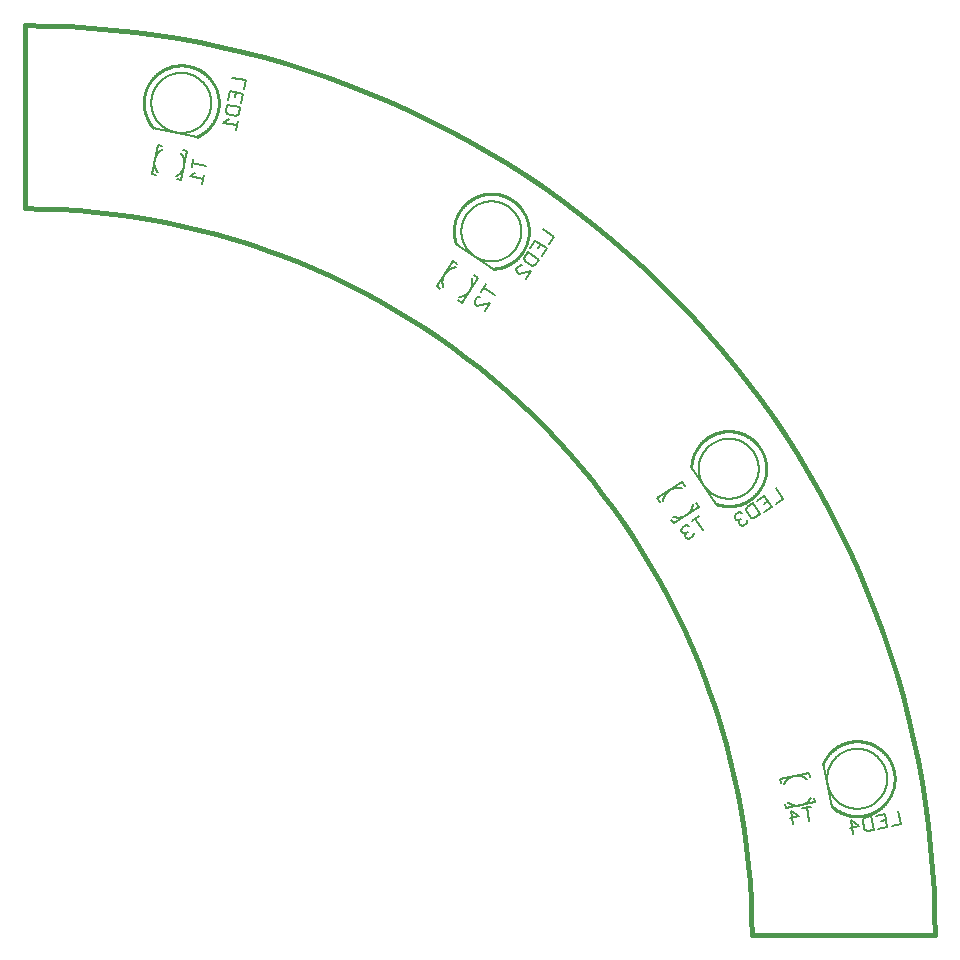
<source format=gbo>
G75*
%MOIN*%
%OFA0B0*%
%FSLAX25Y25*%
%IPPOS*%
%LPD*%
%AMOC8*
5,1,8,0,0,1.08239X$1,22.5*
%
%ADD10C,0.01600*%
%ADD11C,0.00800*%
%ADD12C,0.01000*%
%ADD13C,0.00600*%
%ADD14C,0.00500*%
D10*
X0050737Y0333847D02*
X0058061Y0333758D01*
X0065381Y0333493D01*
X0072693Y0333051D01*
X0079991Y0332432D01*
X0087273Y0331637D01*
X0094533Y0330666D01*
X0101768Y0329520D01*
X0108973Y0328200D01*
X0116143Y0326706D01*
X0123276Y0325039D01*
X0130366Y0323200D01*
X0137410Y0321191D01*
X0144403Y0319012D01*
X0151342Y0316664D01*
X0158221Y0314150D01*
X0165038Y0311470D01*
X0171788Y0308626D01*
X0178468Y0305620D01*
X0185073Y0302453D01*
X0191599Y0299128D01*
X0198043Y0295645D01*
X0204402Y0292009D01*
X0210670Y0288219D01*
X0216845Y0284279D01*
X0222923Y0280192D01*
X0228901Y0275958D01*
X0234774Y0271581D01*
X0240540Y0267064D01*
X0246195Y0262409D01*
X0251736Y0257618D01*
X0257160Y0252695D01*
X0262463Y0247642D01*
X0267642Y0242463D01*
X0272695Y0237160D01*
X0277618Y0231736D01*
X0282409Y0226195D01*
X0287064Y0220540D01*
X0291581Y0214774D01*
X0295958Y0208901D01*
X0300192Y0202923D01*
X0304279Y0196845D01*
X0308219Y0190670D01*
X0312009Y0184402D01*
X0315645Y0178043D01*
X0319128Y0171599D01*
X0322453Y0165073D01*
X0325620Y0158468D01*
X0328626Y0151788D01*
X0331470Y0145038D01*
X0334150Y0138221D01*
X0336664Y0131342D01*
X0339012Y0124403D01*
X0341191Y0117410D01*
X0343200Y0110366D01*
X0345039Y0103276D01*
X0346706Y0096143D01*
X0348200Y0088973D01*
X0349520Y0081768D01*
X0350666Y0074533D01*
X0351637Y0067273D01*
X0352432Y0059991D01*
X0353051Y0052693D01*
X0353493Y0045381D01*
X0353758Y0038061D01*
X0353847Y0030737D01*
X0292824Y0030737D01*
X0292753Y0036587D01*
X0292541Y0042433D01*
X0292188Y0048273D01*
X0291694Y0054102D01*
X0291059Y0059917D01*
X0290284Y0065716D01*
X0289368Y0071494D01*
X0288314Y0077248D01*
X0287121Y0082976D01*
X0285789Y0088672D01*
X0284321Y0094335D01*
X0282716Y0099961D01*
X0280975Y0105546D01*
X0279101Y0111088D01*
X0277092Y0116582D01*
X0274952Y0122027D01*
X0272680Y0127418D01*
X0270279Y0132753D01*
X0267750Y0138028D01*
X0265094Y0143240D01*
X0262313Y0148387D01*
X0259409Y0153465D01*
X0256382Y0158472D01*
X0253236Y0163404D01*
X0249971Y0168258D01*
X0246589Y0173032D01*
X0243094Y0177723D01*
X0239486Y0182328D01*
X0235768Y0186845D01*
X0231942Y0191270D01*
X0228010Y0195602D01*
X0223974Y0199838D01*
X0219838Y0203974D01*
X0215602Y0208010D01*
X0211270Y0211942D01*
X0206845Y0215768D01*
X0202328Y0219486D01*
X0197723Y0223094D01*
X0193032Y0226589D01*
X0188258Y0229971D01*
X0183404Y0233236D01*
X0178472Y0236382D01*
X0173465Y0239409D01*
X0168387Y0242313D01*
X0163240Y0245094D01*
X0158028Y0247750D01*
X0152753Y0250279D01*
X0147418Y0252680D01*
X0142027Y0254952D01*
X0136582Y0257092D01*
X0131088Y0259101D01*
X0125546Y0260975D01*
X0119961Y0262716D01*
X0114335Y0264321D01*
X0108672Y0265789D01*
X0102976Y0267121D01*
X0097248Y0268314D01*
X0091494Y0269368D01*
X0085716Y0270284D01*
X0079917Y0271059D01*
X0074102Y0271694D01*
X0068273Y0272188D01*
X0062433Y0272541D01*
X0056587Y0272753D01*
X0050737Y0272824D01*
X0050737Y0333847D01*
D11*
X0093431Y0299684D02*
X0108140Y0296745D01*
X0194303Y0261067D02*
X0206783Y0252744D01*
X0272743Y0186761D02*
X0281088Y0174296D01*
X0316745Y0088140D02*
X0319684Y0073431D01*
D12*
X0319683Y0073431D02*
X0319914Y0073230D01*
X0320149Y0073034D01*
X0320390Y0072844D01*
X0320634Y0072660D01*
X0320884Y0072482D01*
X0321137Y0072311D01*
X0321395Y0072145D01*
X0321656Y0071986D01*
X0321922Y0071834D01*
X0322191Y0071688D01*
X0322463Y0071548D01*
X0322739Y0071415D01*
X0323018Y0071289D01*
X0323300Y0071170D01*
X0323585Y0071058D01*
X0323872Y0070953D01*
X0324162Y0070855D01*
X0324455Y0070764D01*
X0324749Y0070680D01*
X0325046Y0070604D01*
X0325344Y0070535D01*
X0325644Y0070473D01*
X0325945Y0070418D01*
X0326247Y0070371D01*
X0326551Y0070332D01*
X0326855Y0070299D01*
X0327161Y0070275D01*
X0327466Y0070257D01*
X0327772Y0070247D01*
X0328078Y0070245D01*
X0328384Y0070250D01*
X0328690Y0070263D01*
X0328996Y0070283D01*
X0329301Y0070311D01*
X0329605Y0070346D01*
X0329908Y0070388D01*
X0330210Y0070438D01*
X0330511Y0070496D01*
X0330810Y0070560D01*
X0331107Y0070632D01*
X0331403Y0070712D01*
X0331697Y0070798D01*
X0331988Y0070892D01*
X0332277Y0070992D01*
X0332564Y0071100D01*
X0332848Y0071215D01*
X0333129Y0071337D01*
X0333406Y0071465D01*
X0333681Y0071600D01*
X0333952Y0071742D01*
X0334220Y0071891D01*
X0334484Y0072046D01*
X0334744Y0072207D01*
X0335000Y0072375D01*
X0335252Y0072549D01*
X0335499Y0072729D01*
X0335742Y0072916D01*
X0335981Y0073108D01*
X0336214Y0073306D01*
X0336443Y0073509D01*
X0336667Y0073718D01*
X0336885Y0073933D01*
X0337098Y0074152D01*
X0337306Y0074377D01*
X0337508Y0074607D01*
X0337705Y0074842D01*
X0337895Y0075081D01*
X0338080Y0075326D01*
X0338259Y0075574D01*
X0338431Y0075827D01*
X0338597Y0076084D01*
X0338757Y0076345D01*
X0338911Y0076610D01*
X0339058Y0076878D01*
X0339198Y0077150D01*
X0339332Y0077426D01*
X0339459Y0077705D01*
X0339579Y0077986D01*
X0339692Y0078271D01*
X0339798Y0078558D01*
X0339897Y0078847D01*
X0339989Y0079139D01*
X0340073Y0079434D01*
X0340151Y0079730D01*
X0340221Y0080028D01*
X0340284Y0080327D01*
X0340340Y0080628D01*
X0340388Y0080931D01*
X0340428Y0081234D01*
X0340462Y0081539D01*
X0340487Y0081844D01*
X0340506Y0082149D01*
X0340517Y0082455D01*
X0340520Y0082761D01*
X0340516Y0083067D01*
X0340504Y0083373D01*
X0340485Y0083679D01*
X0340458Y0083984D01*
X0340424Y0084288D01*
X0340383Y0084591D01*
X0340334Y0084893D01*
X0340278Y0085194D01*
X0340214Y0085494D01*
X0340143Y0085792D01*
X0340065Y0086088D01*
X0339979Y0086381D01*
X0339887Y0086673D01*
X0339787Y0086963D01*
X0339680Y0087250D01*
X0339566Y0087534D01*
X0339446Y0087815D01*
X0339318Y0088093D01*
X0339184Y0088368D01*
X0339043Y0088640D01*
X0338895Y0088908D01*
X0338741Y0089173D01*
X0338580Y0089433D01*
X0338413Y0089690D01*
X0338240Y0089942D01*
X0338061Y0090191D01*
X0337875Y0090434D01*
X0337684Y0090673D01*
X0337487Y0090907D01*
X0337284Y0091137D01*
X0337076Y0091361D01*
X0336862Y0091580D01*
X0336643Y0091794D01*
X0336419Y0092003D01*
X0336190Y0092206D01*
X0335956Y0092403D01*
X0335717Y0092594D01*
X0335473Y0092780D01*
X0335225Y0092959D01*
X0334973Y0093133D01*
X0334717Y0093300D01*
X0334456Y0093461D01*
X0334192Y0093615D01*
X0333924Y0093763D01*
X0333652Y0093904D01*
X0333377Y0094039D01*
X0333099Y0094167D01*
X0332818Y0094288D01*
X0332534Y0094402D01*
X0332247Y0094509D01*
X0331958Y0094609D01*
X0331666Y0094702D01*
X0331372Y0094787D01*
X0331076Y0094866D01*
X0330778Y0094937D01*
X0330479Y0095001D01*
X0330178Y0095057D01*
X0329876Y0095106D01*
X0329573Y0095148D01*
X0329268Y0095183D01*
X0328963Y0095209D01*
X0328658Y0095229D01*
X0328352Y0095241D01*
X0328046Y0095245D01*
X0327740Y0095242D01*
X0327434Y0095231D01*
X0327128Y0095213D01*
X0326823Y0095188D01*
X0326519Y0095155D01*
X0326215Y0095114D01*
X0325913Y0095066D01*
X0325612Y0095011D01*
X0325312Y0094948D01*
X0325014Y0094878D01*
X0324718Y0094801D01*
X0324424Y0094717D01*
X0324132Y0094625D01*
X0323842Y0094526D01*
X0323555Y0094420D01*
X0323270Y0094307D01*
X0322988Y0094188D01*
X0322710Y0094061D01*
X0322434Y0093928D01*
X0322162Y0093787D01*
X0321893Y0093641D01*
X0321628Y0093487D01*
X0321367Y0093328D01*
X0321110Y0093161D01*
X0320857Y0092989D01*
X0320608Y0092811D01*
X0320364Y0092626D01*
X0320124Y0092436D01*
X0319889Y0092239D01*
X0319659Y0092037D01*
X0319434Y0091830D01*
X0319214Y0091617D01*
X0319000Y0091399D01*
X0318791Y0091175D01*
X0318587Y0090947D01*
X0318389Y0090713D01*
X0318197Y0090475D01*
X0318010Y0090232D01*
X0317830Y0089985D01*
X0317656Y0089733D01*
X0317488Y0089477D01*
X0317326Y0089217D01*
X0317171Y0088953D01*
X0317022Y0088686D01*
X0316880Y0088415D01*
X0316744Y0088140D01*
X0281087Y0174296D02*
X0281377Y0174198D01*
X0281670Y0174107D01*
X0281964Y0174024D01*
X0282261Y0173948D01*
X0282559Y0173879D01*
X0282859Y0173817D01*
X0283160Y0173763D01*
X0283463Y0173716D01*
X0283766Y0173676D01*
X0284071Y0173644D01*
X0284376Y0173620D01*
X0284682Y0173603D01*
X0284988Y0173593D01*
X0285294Y0173591D01*
X0285600Y0173597D01*
X0285906Y0173610D01*
X0286211Y0173630D01*
X0286516Y0173658D01*
X0286820Y0173693D01*
X0287123Y0173736D01*
X0287425Y0173786D01*
X0287726Y0173844D01*
X0288025Y0173909D01*
X0288323Y0173981D01*
X0288618Y0174060D01*
X0288912Y0174147D01*
X0289203Y0174241D01*
X0289492Y0174342D01*
X0289779Y0174450D01*
X0290062Y0174565D01*
X0290343Y0174687D01*
X0290621Y0174816D01*
X0290895Y0174951D01*
X0291166Y0175093D01*
X0291434Y0175242D01*
X0291698Y0175397D01*
X0291958Y0175559D01*
X0292214Y0175727D01*
X0292465Y0175901D01*
X0292713Y0176082D01*
X0292956Y0176268D01*
X0293194Y0176460D01*
X0293427Y0176658D01*
X0293656Y0176862D01*
X0293879Y0177071D01*
X0294098Y0177286D01*
X0294310Y0177506D01*
X0294518Y0177731D01*
X0294720Y0177961D01*
X0294916Y0178196D01*
X0295107Y0178436D01*
X0295291Y0178680D01*
X0295470Y0178929D01*
X0295642Y0179182D01*
X0295808Y0179439D01*
X0295968Y0179700D01*
X0296121Y0179965D01*
X0296268Y0180234D01*
X0296408Y0180506D01*
X0296541Y0180781D01*
X0296668Y0181060D01*
X0296788Y0181342D01*
X0296901Y0181626D01*
X0297006Y0181914D01*
X0297105Y0182203D01*
X0297197Y0182496D01*
X0297281Y0182790D01*
X0297358Y0183086D01*
X0297428Y0183384D01*
X0297491Y0183684D01*
X0297546Y0183985D01*
X0297594Y0184287D01*
X0297635Y0184591D01*
X0297668Y0184895D01*
X0297693Y0185200D01*
X0297711Y0185506D01*
X0297722Y0185812D01*
X0297725Y0186118D01*
X0297721Y0186424D01*
X0297709Y0186730D01*
X0297689Y0187035D01*
X0297662Y0187340D01*
X0297628Y0187644D01*
X0297586Y0187948D01*
X0297537Y0188250D01*
X0297481Y0188551D01*
X0297417Y0188850D01*
X0297345Y0189148D01*
X0297267Y0189444D01*
X0297181Y0189738D01*
X0297088Y0190029D01*
X0296988Y0190319D01*
X0296881Y0190605D01*
X0296767Y0190889D01*
X0296646Y0191171D01*
X0296519Y0191449D01*
X0296384Y0191724D01*
X0296243Y0191995D01*
X0296095Y0192263D01*
X0295940Y0192528D01*
X0295779Y0192788D01*
X0295612Y0193045D01*
X0295439Y0193297D01*
X0295259Y0193545D01*
X0295074Y0193788D01*
X0294882Y0194027D01*
X0294685Y0194261D01*
X0294482Y0194491D01*
X0294274Y0194715D01*
X0294060Y0194934D01*
X0293841Y0195148D01*
X0293616Y0195356D01*
X0293387Y0195559D01*
X0293153Y0195756D01*
X0292914Y0195947D01*
X0292670Y0196132D01*
X0292422Y0196311D01*
X0292169Y0196485D01*
X0291913Y0196652D01*
X0291652Y0196812D01*
X0291388Y0196966D01*
X0291119Y0197114D01*
X0290848Y0197255D01*
X0290573Y0197389D01*
X0290294Y0197517D01*
X0290013Y0197638D01*
X0289729Y0197751D01*
X0289442Y0197858D01*
X0289153Y0197958D01*
X0288861Y0198051D01*
X0288567Y0198136D01*
X0288271Y0198214D01*
X0287973Y0198285D01*
X0287674Y0198349D01*
X0287373Y0198405D01*
X0287070Y0198454D01*
X0286767Y0198496D01*
X0286463Y0198530D01*
X0286158Y0198556D01*
X0285852Y0198575D01*
X0285547Y0198587D01*
X0285240Y0198591D01*
X0284934Y0198588D01*
X0284628Y0198577D01*
X0284323Y0198558D01*
X0284018Y0198533D01*
X0283713Y0198499D01*
X0283410Y0198459D01*
X0283108Y0198410D01*
X0282807Y0198355D01*
X0282507Y0198292D01*
X0282209Y0198222D01*
X0281913Y0198144D01*
X0281619Y0198059D01*
X0281327Y0197968D01*
X0281037Y0197869D01*
X0280750Y0197762D01*
X0280465Y0197649D01*
X0280184Y0197529D01*
X0279905Y0197402D01*
X0279630Y0197269D01*
X0279358Y0197128D01*
X0279089Y0196981D01*
X0278824Y0196828D01*
X0278563Y0196668D01*
X0278306Y0196502D01*
X0278053Y0196329D01*
X0277805Y0196150D01*
X0277561Y0195966D01*
X0277321Y0195775D01*
X0277086Y0195579D01*
X0276857Y0195376D01*
X0276632Y0195169D01*
X0276412Y0194956D01*
X0276198Y0194737D01*
X0275989Y0194513D01*
X0275785Y0194285D01*
X0275587Y0194051D01*
X0275395Y0193813D01*
X0275209Y0193570D01*
X0275029Y0193322D01*
X0274855Y0193070D01*
X0274687Y0192814D01*
X0274526Y0192554D01*
X0274371Y0192290D01*
X0274222Y0192023D01*
X0274080Y0191751D01*
X0273945Y0191477D01*
X0273816Y0191199D01*
X0273695Y0190918D01*
X0273580Y0190634D01*
X0273472Y0190348D01*
X0273371Y0190058D01*
X0273278Y0189767D01*
X0273191Y0189473D01*
X0273112Y0189178D01*
X0273040Y0188880D01*
X0272975Y0188581D01*
X0272918Y0188280D01*
X0272868Y0187978D01*
X0272826Y0187675D01*
X0272791Y0187371D01*
X0272763Y0187066D01*
X0272743Y0186760D01*
X0206782Y0252744D02*
X0207088Y0252765D01*
X0207392Y0252793D01*
X0207697Y0252829D01*
X0208000Y0252872D01*
X0208302Y0252922D01*
X0208602Y0252980D01*
X0208901Y0253045D01*
X0209199Y0253117D01*
X0209494Y0253197D01*
X0209788Y0253284D01*
X0210079Y0253378D01*
X0210368Y0253479D01*
X0210654Y0253588D01*
X0210938Y0253703D01*
X0211219Y0253825D01*
X0211496Y0253954D01*
X0211771Y0254090D01*
X0212042Y0254232D01*
X0212309Y0254381D01*
X0212573Y0254537D01*
X0212833Y0254699D01*
X0213088Y0254867D01*
X0213340Y0255042D01*
X0213587Y0255222D01*
X0213830Y0255409D01*
X0214068Y0255601D01*
X0214301Y0255799D01*
X0214530Y0256003D01*
X0214753Y0256213D01*
X0214971Y0256427D01*
X0215184Y0256648D01*
X0215391Y0256873D01*
X0215593Y0257103D01*
X0215789Y0257338D01*
X0215979Y0257578D01*
X0216163Y0257822D01*
X0216342Y0258071D01*
X0216514Y0258324D01*
X0216680Y0258582D01*
X0216839Y0258843D01*
X0216992Y0259108D01*
X0217139Y0259377D01*
X0217279Y0259649D01*
X0217412Y0259925D01*
X0217538Y0260204D01*
X0217658Y0260486D01*
X0217770Y0260770D01*
X0217876Y0261058D01*
X0217974Y0261347D01*
X0218066Y0261640D01*
X0218150Y0261934D01*
X0218227Y0262230D01*
X0218297Y0262528D01*
X0218359Y0262828D01*
X0218414Y0263129D01*
X0218462Y0263432D01*
X0218502Y0263735D01*
X0218535Y0264039D01*
X0218560Y0264345D01*
X0218578Y0264650D01*
X0218588Y0264956D01*
X0218591Y0265262D01*
X0218586Y0265568D01*
X0218574Y0265874D01*
X0218554Y0266180D01*
X0218527Y0266485D01*
X0218493Y0266789D01*
X0218451Y0267092D01*
X0218401Y0267394D01*
X0218345Y0267695D01*
X0218280Y0267994D01*
X0218209Y0268292D01*
X0218130Y0268588D01*
X0218044Y0268882D01*
X0217951Y0269173D01*
X0217851Y0269462D01*
X0217744Y0269749D01*
X0217629Y0270033D01*
X0217508Y0270314D01*
X0217380Y0270592D01*
X0217245Y0270867D01*
X0217104Y0271139D01*
X0216956Y0271407D01*
X0216801Y0271671D01*
X0216640Y0271931D01*
X0216472Y0272187D01*
X0216299Y0272440D01*
X0216119Y0272687D01*
X0215933Y0272931D01*
X0215742Y0273169D01*
X0215544Y0273403D01*
X0215341Y0273632D01*
X0215132Y0273856D01*
X0214918Y0274075D01*
X0214699Y0274289D01*
X0214474Y0274497D01*
X0214245Y0274699D01*
X0214010Y0274896D01*
X0213771Y0275087D01*
X0213527Y0275272D01*
X0213279Y0275451D01*
X0213027Y0275624D01*
X0212770Y0275791D01*
X0212509Y0275952D01*
X0212244Y0276105D01*
X0211976Y0276253D01*
X0211704Y0276394D01*
X0211429Y0276528D01*
X0211151Y0276655D01*
X0210869Y0276776D01*
X0210585Y0276889D01*
X0210298Y0276996D01*
X0210009Y0277095D01*
X0209717Y0277188D01*
X0209423Y0277273D01*
X0209127Y0277351D01*
X0208829Y0277422D01*
X0208529Y0277485D01*
X0208228Y0277541D01*
X0207926Y0277590D01*
X0207623Y0277631D01*
X0207318Y0277665D01*
X0207013Y0277691D01*
X0206708Y0277710D01*
X0206402Y0277721D01*
X0206096Y0277725D01*
X0205790Y0277721D01*
X0205484Y0277710D01*
X0205178Y0277692D01*
X0204873Y0277666D01*
X0204569Y0277632D01*
X0204266Y0277591D01*
X0203963Y0277543D01*
X0203662Y0277487D01*
X0203363Y0277424D01*
X0203065Y0277353D01*
X0202769Y0277275D01*
X0202475Y0277190D01*
X0202183Y0277098D01*
X0201893Y0276999D01*
X0201606Y0276893D01*
X0201322Y0276779D01*
X0201040Y0276659D01*
X0200762Y0276532D01*
X0200486Y0276398D01*
X0200214Y0276257D01*
X0199946Y0276110D01*
X0199681Y0275957D01*
X0199420Y0275796D01*
X0199164Y0275630D01*
X0198911Y0275457D01*
X0198662Y0275278D01*
X0198418Y0275093D01*
X0198179Y0274902D01*
X0197944Y0274706D01*
X0197715Y0274503D01*
X0197490Y0274295D01*
X0197271Y0274082D01*
X0197056Y0273863D01*
X0196847Y0273640D01*
X0196644Y0273411D01*
X0196447Y0273177D01*
X0196255Y0272938D01*
X0196069Y0272695D01*
X0195889Y0272448D01*
X0195715Y0272196D01*
X0195547Y0271939D01*
X0195386Y0271679D01*
X0195231Y0271415D01*
X0195083Y0271147D01*
X0194941Y0270876D01*
X0194806Y0270601D01*
X0194678Y0270323D01*
X0194556Y0270042D01*
X0194442Y0269758D01*
X0194334Y0269472D01*
X0194234Y0269182D01*
X0194141Y0268891D01*
X0194054Y0268597D01*
X0193975Y0268301D01*
X0193904Y0268004D01*
X0193839Y0267705D01*
X0193782Y0267404D01*
X0193733Y0267102D01*
X0193690Y0266798D01*
X0193656Y0266494D01*
X0193628Y0266189D01*
X0193608Y0265884D01*
X0193596Y0265578D01*
X0193591Y0265272D01*
X0193594Y0264966D01*
X0193604Y0264660D01*
X0193621Y0264354D01*
X0193646Y0264049D01*
X0193679Y0263745D01*
X0193719Y0263441D01*
X0193766Y0263139D01*
X0193821Y0262838D01*
X0193883Y0262538D01*
X0193953Y0262240D01*
X0194029Y0261943D01*
X0194113Y0261649D01*
X0194205Y0261357D01*
X0194303Y0261067D01*
X0108140Y0296744D02*
X0108415Y0296880D01*
X0108686Y0297022D01*
X0108953Y0297171D01*
X0109217Y0297326D01*
X0109477Y0297488D01*
X0109733Y0297656D01*
X0109985Y0297830D01*
X0110232Y0298010D01*
X0110475Y0298197D01*
X0110713Y0298389D01*
X0110947Y0298587D01*
X0111175Y0298791D01*
X0111399Y0299000D01*
X0111617Y0299214D01*
X0111830Y0299434D01*
X0112037Y0299659D01*
X0112239Y0299889D01*
X0112436Y0300124D01*
X0112626Y0300364D01*
X0112811Y0300608D01*
X0112989Y0300857D01*
X0113161Y0301110D01*
X0113328Y0301367D01*
X0113487Y0301628D01*
X0113641Y0301893D01*
X0113787Y0302162D01*
X0113928Y0302434D01*
X0114061Y0302710D01*
X0114188Y0302988D01*
X0114307Y0303270D01*
X0114420Y0303555D01*
X0114526Y0303842D01*
X0114625Y0304132D01*
X0114717Y0304424D01*
X0114801Y0304718D01*
X0114878Y0305014D01*
X0114948Y0305312D01*
X0115011Y0305612D01*
X0115066Y0305913D01*
X0115114Y0306215D01*
X0115155Y0306519D01*
X0115188Y0306823D01*
X0115213Y0307128D01*
X0115231Y0307434D01*
X0115242Y0307740D01*
X0115245Y0308046D01*
X0115241Y0308352D01*
X0115229Y0308658D01*
X0115209Y0308963D01*
X0115183Y0309268D01*
X0115148Y0309573D01*
X0115106Y0309876D01*
X0115057Y0310178D01*
X0115001Y0310479D01*
X0114937Y0310778D01*
X0114866Y0311076D01*
X0114787Y0311372D01*
X0114702Y0311666D01*
X0114609Y0311958D01*
X0114509Y0312247D01*
X0114402Y0312534D01*
X0114288Y0312818D01*
X0114167Y0313099D01*
X0114039Y0313377D01*
X0113904Y0313652D01*
X0113763Y0313924D01*
X0113615Y0314192D01*
X0113461Y0314456D01*
X0113300Y0314717D01*
X0113133Y0314973D01*
X0112959Y0315225D01*
X0112780Y0315473D01*
X0112594Y0315717D01*
X0112403Y0315956D01*
X0112206Y0316190D01*
X0112003Y0316419D01*
X0111794Y0316643D01*
X0111580Y0316862D01*
X0111361Y0317076D01*
X0111137Y0317284D01*
X0110907Y0317487D01*
X0110673Y0317684D01*
X0110434Y0317875D01*
X0110191Y0318061D01*
X0109942Y0318240D01*
X0109690Y0318413D01*
X0109433Y0318580D01*
X0109173Y0318741D01*
X0108908Y0318895D01*
X0108640Y0319043D01*
X0108368Y0319184D01*
X0108093Y0319318D01*
X0107815Y0319446D01*
X0107534Y0319566D01*
X0107250Y0319680D01*
X0106963Y0319787D01*
X0106673Y0319887D01*
X0106381Y0319979D01*
X0106088Y0320065D01*
X0105792Y0320143D01*
X0105494Y0320214D01*
X0105194Y0320278D01*
X0104893Y0320334D01*
X0104591Y0320383D01*
X0104288Y0320424D01*
X0103984Y0320458D01*
X0103679Y0320485D01*
X0103373Y0320504D01*
X0103067Y0320516D01*
X0102761Y0320520D01*
X0102455Y0320517D01*
X0102149Y0320506D01*
X0101844Y0320487D01*
X0101539Y0320462D01*
X0101234Y0320428D01*
X0100931Y0320388D01*
X0100628Y0320340D01*
X0100327Y0320284D01*
X0100028Y0320221D01*
X0099730Y0320151D01*
X0099434Y0320073D01*
X0099139Y0319989D01*
X0098847Y0319897D01*
X0098558Y0319798D01*
X0098271Y0319692D01*
X0097986Y0319579D01*
X0097705Y0319459D01*
X0097426Y0319332D01*
X0097150Y0319198D01*
X0096878Y0319058D01*
X0096610Y0318911D01*
X0096345Y0318757D01*
X0096084Y0318597D01*
X0095827Y0318431D01*
X0095574Y0318259D01*
X0095326Y0318080D01*
X0095081Y0317895D01*
X0094842Y0317705D01*
X0094607Y0317508D01*
X0094377Y0317306D01*
X0094152Y0317098D01*
X0093933Y0316885D01*
X0093718Y0316667D01*
X0093509Y0316443D01*
X0093306Y0316214D01*
X0093108Y0315981D01*
X0092916Y0315742D01*
X0092729Y0315499D01*
X0092549Y0315252D01*
X0092375Y0315000D01*
X0092207Y0314744D01*
X0092046Y0314484D01*
X0091891Y0314220D01*
X0091742Y0313952D01*
X0091600Y0313681D01*
X0091465Y0313406D01*
X0091337Y0313129D01*
X0091215Y0312848D01*
X0091100Y0312564D01*
X0090992Y0312277D01*
X0090892Y0311988D01*
X0090798Y0311697D01*
X0090712Y0311403D01*
X0090632Y0311107D01*
X0090560Y0310810D01*
X0090496Y0310511D01*
X0090438Y0310210D01*
X0090388Y0309908D01*
X0090346Y0309605D01*
X0090311Y0309301D01*
X0090283Y0308996D01*
X0090263Y0308690D01*
X0090250Y0308384D01*
X0090245Y0308078D01*
X0090247Y0307772D01*
X0090257Y0307466D01*
X0090275Y0307161D01*
X0090299Y0306855D01*
X0090332Y0306551D01*
X0090371Y0306247D01*
X0090418Y0305945D01*
X0090473Y0305644D01*
X0090535Y0305344D01*
X0090604Y0305046D01*
X0090680Y0304749D01*
X0090764Y0304455D01*
X0090855Y0304162D01*
X0090953Y0303872D01*
X0091058Y0303585D01*
X0091170Y0303300D01*
X0091289Y0303018D01*
X0091415Y0302739D01*
X0091548Y0302463D01*
X0091688Y0302191D01*
X0091834Y0301922D01*
X0091986Y0301656D01*
X0092145Y0301395D01*
X0092311Y0301137D01*
X0092482Y0300884D01*
X0092660Y0300634D01*
X0092844Y0300390D01*
X0093034Y0300149D01*
X0093230Y0299914D01*
X0093431Y0299683D01*
D13*
X0094845Y0293982D02*
X0096316Y0293688D01*
X0094845Y0293982D02*
X0092886Y0284176D01*
X0094357Y0283882D01*
X0101066Y0283658D02*
X0101189Y0283724D01*
X0101311Y0283794D01*
X0101431Y0283867D01*
X0101548Y0283943D01*
X0101663Y0284023D01*
X0101776Y0284105D01*
X0101887Y0284191D01*
X0101995Y0284280D01*
X0102101Y0284372D01*
X0102204Y0284466D01*
X0102304Y0284564D01*
X0102402Y0284664D01*
X0102496Y0284768D01*
X0102588Y0284873D01*
X0102677Y0284981D01*
X0102763Y0285092D01*
X0102845Y0285205D01*
X0102925Y0285320D01*
X0103001Y0285438D01*
X0103074Y0285557D01*
X0103143Y0285679D01*
X0103209Y0285802D01*
X0103272Y0285928D01*
X0103331Y0286055D01*
X0103386Y0286183D01*
X0103438Y0286313D01*
X0103486Y0286445D01*
X0103531Y0286577D01*
X0103572Y0286711D01*
X0103609Y0286846D01*
X0103642Y0286982D01*
X0103671Y0287119D01*
X0102692Y0282216D02*
X0101221Y0282510D01*
X0102692Y0282216D02*
X0104651Y0292023D01*
X0103180Y0292316D01*
X0102597Y0291315D02*
X0102686Y0291207D01*
X0102771Y0291096D01*
X0102853Y0290983D01*
X0102933Y0290867D01*
X0103008Y0290750D01*
X0103081Y0290630D01*
X0103150Y0290508D01*
X0103216Y0290385D01*
X0103278Y0290259D01*
X0103337Y0290132D01*
X0103392Y0290004D01*
X0103444Y0289873D01*
X0103491Y0289742D01*
X0103536Y0289609D01*
X0103576Y0289475D01*
X0103613Y0289340D01*
X0103645Y0289204D01*
X0103674Y0289067D01*
X0103700Y0288929D01*
X0103721Y0288791D01*
X0103738Y0288652D01*
X0103752Y0288512D01*
X0103762Y0288373D01*
X0103767Y0288233D01*
X0103769Y0288093D01*
X0103767Y0287953D01*
X0103761Y0287813D01*
X0103751Y0287673D01*
X0103737Y0287534D01*
X0103719Y0287395D01*
X0103698Y0287257D01*
X0103672Y0287119D01*
X0096471Y0292540D02*
X0096348Y0292474D01*
X0096226Y0292404D01*
X0096106Y0292331D01*
X0095989Y0292255D01*
X0095874Y0292175D01*
X0095761Y0292093D01*
X0095650Y0292007D01*
X0095542Y0291918D01*
X0095436Y0291826D01*
X0095333Y0291732D01*
X0095233Y0291634D01*
X0095135Y0291534D01*
X0095041Y0291430D01*
X0094949Y0291325D01*
X0094860Y0291217D01*
X0094774Y0291106D01*
X0094692Y0290993D01*
X0094612Y0290878D01*
X0094536Y0290760D01*
X0094463Y0290641D01*
X0094394Y0290519D01*
X0094328Y0290396D01*
X0094265Y0290270D01*
X0094206Y0290143D01*
X0094151Y0290015D01*
X0094099Y0289885D01*
X0094051Y0289753D01*
X0094006Y0289621D01*
X0093965Y0289487D01*
X0093928Y0289352D01*
X0093895Y0289216D01*
X0093866Y0289079D01*
X0093865Y0289079D02*
X0093839Y0288941D01*
X0093818Y0288803D01*
X0093800Y0288664D01*
X0093786Y0288525D01*
X0093776Y0288385D01*
X0093770Y0288245D01*
X0093768Y0288105D01*
X0093770Y0287965D01*
X0093775Y0287825D01*
X0093785Y0287686D01*
X0093799Y0287546D01*
X0093816Y0287407D01*
X0093837Y0287269D01*
X0093863Y0287131D01*
X0093892Y0286994D01*
X0093924Y0286858D01*
X0093961Y0286723D01*
X0094001Y0286589D01*
X0094046Y0286456D01*
X0094093Y0286325D01*
X0094145Y0286194D01*
X0094200Y0286066D01*
X0094259Y0285939D01*
X0094321Y0285813D01*
X0094387Y0285690D01*
X0094456Y0285568D01*
X0094529Y0285448D01*
X0094604Y0285331D01*
X0094684Y0285215D01*
X0094766Y0285102D01*
X0094851Y0284991D01*
X0094940Y0284883D01*
X0092745Y0308020D02*
X0092748Y0308265D01*
X0092757Y0308511D01*
X0092772Y0308756D01*
X0092793Y0309000D01*
X0092820Y0309244D01*
X0092853Y0309487D01*
X0092892Y0309730D01*
X0092937Y0309971D01*
X0092988Y0310211D01*
X0093045Y0310450D01*
X0093107Y0310687D01*
X0093176Y0310923D01*
X0093250Y0311157D01*
X0093330Y0311389D01*
X0093415Y0311619D01*
X0093506Y0311847D01*
X0093603Y0312072D01*
X0093705Y0312296D01*
X0093813Y0312516D01*
X0093926Y0312734D01*
X0094044Y0312949D01*
X0094168Y0313161D01*
X0094296Y0313370D01*
X0094430Y0313576D01*
X0094569Y0313778D01*
X0094713Y0313977D01*
X0094862Y0314172D01*
X0095015Y0314364D01*
X0095173Y0314552D01*
X0095335Y0314736D01*
X0095503Y0314915D01*
X0095674Y0315091D01*
X0095850Y0315262D01*
X0096029Y0315430D01*
X0096213Y0315592D01*
X0096401Y0315750D01*
X0096593Y0315903D01*
X0096788Y0316052D01*
X0096987Y0316196D01*
X0097189Y0316335D01*
X0097395Y0316469D01*
X0097604Y0316597D01*
X0097816Y0316721D01*
X0098031Y0316839D01*
X0098249Y0316952D01*
X0098469Y0317060D01*
X0098693Y0317162D01*
X0098918Y0317259D01*
X0099146Y0317350D01*
X0099376Y0317435D01*
X0099608Y0317515D01*
X0099842Y0317589D01*
X0100078Y0317658D01*
X0100315Y0317720D01*
X0100554Y0317777D01*
X0100794Y0317828D01*
X0101035Y0317873D01*
X0101278Y0317912D01*
X0101521Y0317945D01*
X0101765Y0317972D01*
X0102009Y0317993D01*
X0102254Y0318008D01*
X0102500Y0318017D01*
X0102745Y0318020D01*
X0102990Y0318017D01*
X0103236Y0318008D01*
X0103481Y0317993D01*
X0103725Y0317972D01*
X0103969Y0317945D01*
X0104212Y0317912D01*
X0104455Y0317873D01*
X0104696Y0317828D01*
X0104936Y0317777D01*
X0105175Y0317720D01*
X0105412Y0317658D01*
X0105648Y0317589D01*
X0105882Y0317515D01*
X0106114Y0317435D01*
X0106344Y0317350D01*
X0106572Y0317259D01*
X0106797Y0317162D01*
X0107021Y0317060D01*
X0107241Y0316952D01*
X0107459Y0316839D01*
X0107674Y0316721D01*
X0107886Y0316597D01*
X0108095Y0316469D01*
X0108301Y0316335D01*
X0108503Y0316196D01*
X0108702Y0316052D01*
X0108897Y0315903D01*
X0109089Y0315750D01*
X0109277Y0315592D01*
X0109461Y0315430D01*
X0109640Y0315262D01*
X0109816Y0315091D01*
X0109987Y0314915D01*
X0110155Y0314736D01*
X0110317Y0314552D01*
X0110475Y0314364D01*
X0110628Y0314172D01*
X0110777Y0313977D01*
X0110921Y0313778D01*
X0111060Y0313576D01*
X0111194Y0313370D01*
X0111322Y0313161D01*
X0111446Y0312949D01*
X0111564Y0312734D01*
X0111677Y0312516D01*
X0111785Y0312296D01*
X0111887Y0312072D01*
X0111984Y0311847D01*
X0112075Y0311619D01*
X0112160Y0311389D01*
X0112240Y0311157D01*
X0112314Y0310923D01*
X0112383Y0310687D01*
X0112445Y0310450D01*
X0112502Y0310211D01*
X0112553Y0309971D01*
X0112598Y0309730D01*
X0112637Y0309487D01*
X0112670Y0309244D01*
X0112697Y0309000D01*
X0112718Y0308756D01*
X0112733Y0308511D01*
X0112742Y0308265D01*
X0112745Y0308020D01*
X0112742Y0307775D01*
X0112733Y0307529D01*
X0112718Y0307284D01*
X0112697Y0307040D01*
X0112670Y0306796D01*
X0112637Y0306553D01*
X0112598Y0306310D01*
X0112553Y0306069D01*
X0112502Y0305829D01*
X0112445Y0305590D01*
X0112383Y0305353D01*
X0112314Y0305117D01*
X0112240Y0304883D01*
X0112160Y0304651D01*
X0112075Y0304421D01*
X0111984Y0304193D01*
X0111887Y0303968D01*
X0111785Y0303744D01*
X0111677Y0303524D01*
X0111564Y0303306D01*
X0111446Y0303091D01*
X0111322Y0302879D01*
X0111194Y0302670D01*
X0111060Y0302464D01*
X0110921Y0302262D01*
X0110777Y0302063D01*
X0110628Y0301868D01*
X0110475Y0301676D01*
X0110317Y0301488D01*
X0110155Y0301304D01*
X0109987Y0301125D01*
X0109816Y0300949D01*
X0109640Y0300778D01*
X0109461Y0300610D01*
X0109277Y0300448D01*
X0109089Y0300290D01*
X0108897Y0300137D01*
X0108702Y0299988D01*
X0108503Y0299844D01*
X0108301Y0299705D01*
X0108095Y0299571D01*
X0107886Y0299443D01*
X0107674Y0299319D01*
X0107459Y0299201D01*
X0107241Y0299088D01*
X0107021Y0298980D01*
X0106797Y0298878D01*
X0106572Y0298781D01*
X0106344Y0298690D01*
X0106114Y0298605D01*
X0105882Y0298525D01*
X0105648Y0298451D01*
X0105412Y0298382D01*
X0105175Y0298320D01*
X0104936Y0298263D01*
X0104696Y0298212D01*
X0104455Y0298167D01*
X0104212Y0298128D01*
X0103969Y0298095D01*
X0103725Y0298068D01*
X0103481Y0298047D01*
X0103236Y0298032D01*
X0102990Y0298023D01*
X0102745Y0298020D01*
X0102500Y0298023D01*
X0102254Y0298032D01*
X0102009Y0298047D01*
X0101765Y0298068D01*
X0101521Y0298095D01*
X0101278Y0298128D01*
X0101035Y0298167D01*
X0100794Y0298212D01*
X0100554Y0298263D01*
X0100315Y0298320D01*
X0100078Y0298382D01*
X0099842Y0298451D01*
X0099608Y0298525D01*
X0099376Y0298605D01*
X0099146Y0298690D01*
X0098918Y0298781D01*
X0098693Y0298878D01*
X0098469Y0298980D01*
X0098249Y0299088D01*
X0098031Y0299201D01*
X0097816Y0299319D01*
X0097604Y0299443D01*
X0097395Y0299571D01*
X0097189Y0299705D01*
X0096987Y0299844D01*
X0096788Y0299988D01*
X0096593Y0300137D01*
X0096401Y0300290D01*
X0096213Y0300448D01*
X0096029Y0300610D01*
X0095850Y0300778D01*
X0095674Y0300949D01*
X0095503Y0301125D01*
X0095335Y0301304D01*
X0095173Y0301488D01*
X0095015Y0301676D01*
X0094862Y0301868D01*
X0094713Y0302063D01*
X0094569Y0302262D01*
X0094430Y0302464D01*
X0094296Y0302670D01*
X0094168Y0302879D01*
X0094044Y0303091D01*
X0093926Y0303306D01*
X0093813Y0303524D01*
X0093705Y0303744D01*
X0093603Y0303968D01*
X0093506Y0304193D01*
X0093415Y0304421D01*
X0093330Y0304651D01*
X0093250Y0304883D01*
X0093176Y0305117D01*
X0093107Y0305353D01*
X0093045Y0305590D01*
X0092988Y0305829D01*
X0092937Y0306069D01*
X0092892Y0306310D01*
X0092853Y0306553D01*
X0092820Y0306796D01*
X0092793Y0307040D01*
X0092772Y0307284D01*
X0092757Y0307529D01*
X0092748Y0307775D01*
X0092745Y0308020D01*
X0187858Y0246911D02*
X0189106Y0246078D01*
X0187858Y0246911D02*
X0193407Y0255230D01*
X0194655Y0254398D01*
X0199557Y0249811D02*
X0199597Y0249677D01*
X0199634Y0249542D01*
X0199667Y0249406D01*
X0199696Y0249269D01*
X0199722Y0249131D01*
X0199743Y0248993D01*
X0199761Y0248854D01*
X0199774Y0248715D01*
X0199784Y0248575D01*
X0199790Y0248435D01*
X0199792Y0248295D01*
X0199790Y0248155D01*
X0199784Y0248015D01*
X0199774Y0247876D01*
X0199761Y0247736D01*
X0199743Y0247597D01*
X0199721Y0247459D01*
X0199696Y0247321D01*
X0199667Y0247184D01*
X0199634Y0247048D01*
X0199597Y0246913D01*
X0199556Y0246779D01*
X0199512Y0246647D01*
X0199464Y0246515D01*
X0199412Y0246385D01*
X0199357Y0246256D01*
X0199298Y0246129D01*
X0199236Y0246004D01*
X0199170Y0245881D01*
X0199100Y0245759D01*
X0199028Y0245639D01*
X0198952Y0245522D01*
X0201726Y0249682D02*
X0196178Y0241362D01*
X0194930Y0242194D01*
X0190027Y0246781D02*
X0189987Y0246915D01*
X0189950Y0247050D01*
X0189917Y0247186D01*
X0189888Y0247323D01*
X0189862Y0247461D01*
X0189841Y0247599D01*
X0189823Y0247738D01*
X0189810Y0247877D01*
X0189800Y0248017D01*
X0189794Y0248157D01*
X0189792Y0248297D01*
X0189794Y0248437D01*
X0189800Y0248577D01*
X0189810Y0248716D01*
X0189823Y0248856D01*
X0189841Y0248995D01*
X0189863Y0249133D01*
X0189888Y0249271D01*
X0189917Y0249408D01*
X0189950Y0249544D01*
X0189987Y0249679D01*
X0190028Y0249813D01*
X0190072Y0249945D01*
X0190120Y0250077D01*
X0190172Y0250207D01*
X0190227Y0250336D01*
X0190286Y0250463D01*
X0190348Y0250588D01*
X0190414Y0250711D01*
X0190484Y0250833D01*
X0190556Y0250953D01*
X0190632Y0251070D01*
X0195224Y0243315D02*
X0195364Y0243329D01*
X0195503Y0243347D01*
X0195641Y0243369D01*
X0195779Y0243394D01*
X0195915Y0243424D01*
X0196051Y0243457D01*
X0196186Y0243494D01*
X0196320Y0243535D01*
X0196453Y0243580D01*
X0196584Y0243628D01*
X0196714Y0243680D01*
X0196843Y0243736D01*
X0196970Y0243795D01*
X0197095Y0243858D01*
X0197218Y0243924D01*
X0197340Y0243994D01*
X0197459Y0244067D01*
X0197576Y0244143D01*
X0197692Y0244223D01*
X0197804Y0244305D01*
X0197915Y0244391D01*
X0198023Y0244480D01*
X0198129Y0244572D01*
X0198232Y0244667D01*
X0198332Y0244765D01*
X0198429Y0244865D01*
X0198524Y0244969D01*
X0198616Y0245074D01*
X0198704Y0245183D01*
X0198790Y0245293D01*
X0198873Y0245406D01*
X0198952Y0245522D01*
X0201726Y0249682D02*
X0200478Y0250514D01*
X0194360Y0253277D02*
X0194220Y0253263D01*
X0194081Y0253245D01*
X0193943Y0253223D01*
X0193805Y0253198D01*
X0193669Y0253168D01*
X0193533Y0253135D01*
X0193398Y0253098D01*
X0193264Y0253057D01*
X0193131Y0253012D01*
X0193000Y0252964D01*
X0192870Y0252912D01*
X0192741Y0252856D01*
X0192614Y0252797D01*
X0192489Y0252734D01*
X0192366Y0252668D01*
X0192244Y0252598D01*
X0192125Y0252525D01*
X0192008Y0252449D01*
X0191892Y0252369D01*
X0191780Y0252287D01*
X0191669Y0252201D01*
X0191561Y0252112D01*
X0191455Y0252020D01*
X0191352Y0251925D01*
X0191252Y0251827D01*
X0191155Y0251727D01*
X0191060Y0251623D01*
X0190968Y0251518D01*
X0190880Y0251409D01*
X0190794Y0251299D01*
X0190711Y0251186D01*
X0190632Y0251070D01*
X0196091Y0265225D02*
X0196094Y0265470D01*
X0196103Y0265716D01*
X0196118Y0265961D01*
X0196139Y0266205D01*
X0196166Y0266449D01*
X0196199Y0266692D01*
X0196238Y0266935D01*
X0196283Y0267176D01*
X0196334Y0267416D01*
X0196391Y0267655D01*
X0196453Y0267892D01*
X0196522Y0268128D01*
X0196596Y0268362D01*
X0196676Y0268594D01*
X0196761Y0268824D01*
X0196852Y0269052D01*
X0196949Y0269277D01*
X0197051Y0269501D01*
X0197159Y0269721D01*
X0197272Y0269939D01*
X0197390Y0270154D01*
X0197514Y0270366D01*
X0197642Y0270575D01*
X0197776Y0270781D01*
X0197915Y0270983D01*
X0198059Y0271182D01*
X0198208Y0271377D01*
X0198361Y0271569D01*
X0198519Y0271757D01*
X0198681Y0271941D01*
X0198849Y0272120D01*
X0199020Y0272296D01*
X0199196Y0272467D01*
X0199375Y0272635D01*
X0199559Y0272797D01*
X0199747Y0272955D01*
X0199939Y0273108D01*
X0200134Y0273257D01*
X0200333Y0273401D01*
X0200535Y0273540D01*
X0200741Y0273674D01*
X0200950Y0273802D01*
X0201162Y0273926D01*
X0201377Y0274044D01*
X0201595Y0274157D01*
X0201815Y0274265D01*
X0202039Y0274367D01*
X0202264Y0274464D01*
X0202492Y0274555D01*
X0202722Y0274640D01*
X0202954Y0274720D01*
X0203188Y0274794D01*
X0203424Y0274863D01*
X0203661Y0274925D01*
X0203900Y0274982D01*
X0204140Y0275033D01*
X0204381Y0275078D01*
X0204624Y0275117D01*
X0204867Y0275150D01*
X0205111Y0275177D01*
X0205355Y0275198D01*
X0205600Y0275213D01*
X0205846Y0275222D01*
X0206091Y0275225D01*
X0206336Y0275222D01*
X0206582Y0275213D01*
X0206827Y0275198D01*
X0207071Y0275177D01*
X0207315Y0275150D01*
X0207558Y0275117D01*
X0207801Y0275078D01*
X0208042Y0275033D01*
X0208282Y0274982D01*
X0208521Y0274925D01*
X0208758Y0274863D01*
X0208994Y0274794D01*
X0209228Y0274720D01*
X0209460Y0274640D01*
X0209690Y0274555D01*
X0209918Y0274464D01*
X0210143Y0274367D01*
X0210367Y0274265D01*
X0210587Y0274157D01*
X0210805Y0274044D01*
X0211020Y0273926D01*
X0211232Y0273802D01*
X0211441Y0273674D01*
X0211647Y0273540D01*
X0211849Y0273401D01*
X0212048Y0273257D01*
X0212243Y0273108D01*
X0212435Y0272955D01*
X0212623Y0272797D01*
X0212807Y0272635D01*
X0212986Y0272467D01*
X0213162Y0272296D01*
X0213333Y0272120D01*
X0213501Y0271941D01*
X0213663Y0271757D01*
X0213821Y0271569D01*
X0213974Y0271377D01*
X0214123Y0271182D01*
X0214267Y0270983D01*
X0214406Y0270781D01*
X0214540Y0270575D01*
X0214668Y0270366D01*
X0214792Y0270154D01*
X0214910Y0269939D01*
X0215023Y0269721D01*
X0215131Y0269501D01*
X0215233Y0269277D01*
X0215330Y0269052D01*
X0215421Y0268824D01*
X0215506Y0268594D01*
X0215586Y0268362D01*
X0215660Y0268128D01*
X0215729Y0267892D01*
X0215791Y0267655D01*
X0215848Y0267416D01*
X0215899Y0267176D01*
X0215944Y0266935D01*
X0215983Y0266692D01*
X0216016Y0266449D01*
X0216043Y0266205D01*
X0216064Y0265961D01*
X0216079Y0265716D01*
X0216088Y0265470D01*
X0216091Y0265225D01*
X0216088Y0264980D01*
X0216079Y0264734D01*
X0216064Y0264489D01*
X0216043Y0264245D01*
X0216016Y0264001D01*
X0215983Y0263758D01*
X0215944Y0263515D01*
X0215899Y0263274D01*
X0215848Y0263034D01*
X0215791Y0262795D01*
X0215729Y0262558D01*
X0215660Y0262322D01*
X0215586Y0262088D01*
X0215506Y0261856D01*
X0215421Y0261626D01*
X0215330Y0261398D01*
X0215233Y0261173D01*
X0215131Y0260949D01*
X0215023Y0260729D01*
X0214910Y0260511D01*
X0214792Y0260296D01*
X0214668Y0260084D01*
X0214540Y0259875D01*
X0214406Y0259669D01*
X0214267Y0259467D01*
X0214123Y0259268D01*
X0213974Y0259073D01*
X0213821Y0258881D01*
X0213663Y0258693D01*
X0213501Y0258509D01*
X0213333Y0258330D01*
X0213162Y0258154D01*
X0212986Y0257983D01*
X0212807Y0257815D01*
X0212623Y0257653D01*
X0212435Y0257495D01*
X0212243Y0257342D01*
X0212048Y0257193D01*
X0211849Y0257049D01*
X0211647Y0256910D01*
X0211441Y0256776D01*
X0211232Y0256648D01*
X0211020Y0256524D01*
X0210805Y0256406D01*
X0210587Y0256293D01*
X0210367Y0256185D01*
X0210143Y0256083D01*
X0209918Y0255986D01*
X0209690Y0255895D01*
X0209460Y0255810D01*
X0209228Y0255730D01*
X0208994Y0255656D01*
X0208758Y0255587D01*
X0208521Y0255525D01*
X0208282Y0255468D01*
X0208042Y0255417D01*
X0207801Y0255372D01*
X0207558Y0255333D01*
X0207315Y0255300D01*
X0207071Y0255273D01*
X0206827Y0255252D01*
X0206582Y0255237D01*
X0206336Y0255228D01*
X0206091Y0255225D01*
X0205846Y0255228D01*
X0205600Y0255237D01*
X0205355Y0255252D01*
X0205111Y0255273D01*
X0204867Y0255300D01*
X0204624Y0255333D01*
X0204381Y0255372D01*
X0204140Y0255417D01*
X0203900Y0255468D01*
X0203661Y0255525D01*
X0203424Y0255587D01*
X0203188Y0255656D01*
X0202954Y0255730D01*
X0202722Y0255810D01*
X0202492Y0255895D01*
X0202264Y0255986D01*
X0202039Y0256083D01*
X0201815Y0256185D01*
X0201595Y0256293D01*
X0201377Y0256406D01*
X0201162Y0256524D01*
X0200950Y0256648D01*
X0200741Y0256776D01*
X0200535Y0256910D01*
X0200333Y0257049D01*
X0200134Y0257193D01*
X0199939Y0257342D01*
X0199747Y0257495D01*
X0199559Y0257653D01*
X0199375Y0257815D01*
X0199196Y0257983D01*
X0199020Y0258154D01*
X0198849Y0258330D01*
X0198681Y0258509D01*
X0198519Y0258693D01*
X0198361Y0258881D01*
X0198208Y0259073D01*
X0198059Y0259268D01*
X0197915Y0259467D01*
X0197776Y0259669D01*
X0197642Y0259875D01*
X0197514Y0260084D01*
X0197390Y0260296D01*
X0197272Y0260511D01*
X0197159Y0260729D01*
X0197051Y0260949D01*
X0196949Y0261173D01*
X0196852Y0261398D01*
X0196761Y0261626D01*
X0196676Y0261856D01*
X0196596Y0262088D01*
X0196522Y0262322D01*
X0196453Y0262558D01*
X0196391Y0262795D01*
X0196334Y0263034D01*
X0196283Y0263274D01*
X0196238Y0263515D01*
X0196199Y0263758D01*
X0196166Y0264001D01*
X0196139Y0264245D01*
X0196118Y0264489D01*
X0196103Y0264734D01*
X0196094Y0264980D01*
X0196091Y0265225D01*
X0261360Y0176166D02*
X0269670Y0181729D01*
X0270504Y0180482D01*
X0269803Y0179560D02*
X0269669Y0179600D01*
X0269533Y0179636D01*
X0269397Y0179669D01*
X0269260Y0179698D01*
X0269123Y0179723D01*
X0268984Y0179744D01*
X0268845Y0179762D01*
X0268706Y0179775D01*
X0268566Y0179785D01*
X0268426Y0179790D01*
X0268286Y0179792D01*
X0268146Y0179790D01*
X0268007Y0179784D01*
X0267867Y0179774D01*
X0267728Y0179760D01*
X0267589Y0179742D01*
X0267450Y0179720D01*
X0267313Y0179694D01*
X0267176Y0179665D01*
X0267040Y0179632D01*
X0266905Y0179595D01*
X0266771Y0179554D01*
X0266638Y0179509D01*
X0266507Y0179461D01*
X0266377Y0179409D01*
X0266248Y0179353D01*
X0266121Y0179294D01*
X0265996Y0179232D01*
X0265873Y0179166D01*
X0265751Y0179096D01*
X0265632Y0179023D01*
X0265514Y0178947D01*
X0261360Y0176166D02*
X0262194Y0174919D01*
X0266789Y0170024D02*
X0266923Y0169984D01*
X0267059Y0169948D01*
X0267195Y0169915D01*
X0267332Y0169886D01*
X0267469Y0169861D01*
X0267608Y0169840D01*
X0267747Y0169822D01*
X0267886Y0169809D01*
X0268026Y0169799D01*
X0268166Y0169794D01*
X0268306Y0169792D01*
X0268446Y0169794D01*
X0268585Y0169800D01*
X0268725Y0169810D01*
X0268864Y0169824D01*
X0269003Y0169842D01*
X0269142Y0169864D01*
X0269279Y0169890D01*
X0269416Y0169919D01*
X0269552Y0169952D01*
X0269687Y0169989D01*
X0269821Y0170030D01*
X0269954Y0170075D01*
X0270085Y0170123D01*
X0270215Y0170175D01*
X0270344Y0170231D01*
X0270471Y0170290D01*
X0270596Y0170352D01*
X0270719Y0170418D01*
X0270841Y0170488D01*
X0270960Y0170561D01*
X0271078Y0170637D01*
X0275232Y0173419D02*
X0266923Y0167856D01*
X0266088Y0169102D01*
X0263314Y0175216D02*
X0263328Y0175355D01*
X0263346Y0175494D01*
X0263367Y0175632D01*
X0263393Y0175770D01*
X0263422Y0175907D01*
X0263455Y0176043D01*
X0263492Y0176178D01*
X0263533Y0176312D01*
X0263577Y0176445D01*
X0263625Y0176576D01*
X0263677Y0176706D01*
X0263732Y0176835D01*
X0263791Y0176962D01*
X0263854Y0177087D01*
X0263920Y0177210D01*
X0263989Y0177332D01*
X0264062Y0177452D01*
X0264138Y0177569D01*
X0264218Y0177684D01*
X0264300Y0177798D01*
X0264386Y0177908D01*
X0264475Y0178016D01*
X0264566Y0178122D01*
X0264661Y0178225D01*
X0264759Y0178326D01*
X0264859Y0178423D01*
X0264962Y0178518D01*
X0265068Y0178610D01*
X0265176Y0178699D01*
X0265286Y0178785D01*
X0265399Y0178867D01*
X0265515Y0178947D01*
X0273278Y0174368D02*
X0273264Y0174229D01*
X0273246Y0174090D01*
X0273225Y0173952D01*
X0273199Y0173814D01*
X0273170Y0173677D01*
X0273137Y0173541D01*
X0273100Y0173406D01*
X0273059Y0173272D01*
X0273015Y0173139D01*
X0272967Y0173008D01*
X0272915Y0172878D01*
X0272860Y0172749D01*
X0272801Y0172622D01*
X0272738Y0172497D01*
X0272672Y0172374D01*
X0272603Y0172252D01*
X0272530Y0172132D01*
X0272454Y0172015D01*
X0272374Y0171900D01*
X0272292Y0171786D01*
X0272206Y0171676D01*
X0272117Y0171568D01*
X0272026Y0171462D01*
X0271931Y0171359D01*
X0271833Y0171258D01*
X0271733Y0171161D01*
X0271630Y0171066D01*
X0271524Y0170974D01*
X0271416Y0170885D01*
X0271306Y0170799D01*
X0271193Y0170717D01*
X0271077Y0170637D01*
X0275232Y0173419D02*
X0274398Y0174665D01*
X0275225Y0186091D02*
X0275228Y0186336D01*
X0275237Y0186582D01*
X0275252Y0186827D01*
X0275273Y0187071D01*
X0275300Y0187315D01*
X0275333Y0187558D01*
X0275372Y0187801D01*
X0275417Y0188042D01*
X0275468Y0188282D01*
X0275525Y0188521D01*
X0275587Y0188758D01*
X0275656Y0188994D01*
X0275730Y0189228D01*
X0275810Y0189460D01*
X0275895Y0189690D01*
X0275986Y0189918D01*
X0276083Y0190143D01*
X0276185Y0190367D01*
X0276293Y0190587D01*
X0276406Y0190805D01*
X0276524Y0191020D01*
X0276648Y0191232D01*
X0276776Y0191441D01*
X0276910Y0191647D01*
X0277049Y0191849D01*
X0277193Y0192048D01*
X0277342Y0192243D01*
X0277495Y0192435D01*
X0277653Y0192623D01*
X0277815Y0192807D01*
X0277983Y0192986D01*
X0278154Y0193162D01*
X0278330Y0193333D01*
X0278509Y0193501D01*
X0278693Y0193663D01*
X0278881Y0193821D01*
X0279073Y0193974D01*
X0279268Y0194123D01*
X0279467Y0194267D01*
X0279669Y0194406D01*
X0279875Y0194540D01*
X0280084Y0194668D01*
X0280296Y0194792D01*
X0280511Y0194910D01*
X0280729Y0195023D01*
X0280949Y0195131D01*
X0281173Y0195233D01*
X0281398Y0195330D01*
X0281626Y0195421D01*
X0281856Y0195506D01*
X0282088Y0195586D01*
X0282322Y0195660D01*
X0282558Y0195729D01*
X0282795Y0195791D01*
X0283034Y0195848D01*
X0283274Y0195899D01*
X0283515Y0195944D01*
X0283758Y0195983D01*
X0284001Y0196016D01*
X0284245Y0196043D01*
X0284489Y0196064D01*
X0284734Y0196079D01*
X0284980Y0196088D01*
X0285225Y0196091D01*
X0285470Y0196088D01*
X0285716Y0196079D01*
X0285961Y0196064D01*
X0286205Y0196043D01*
X0286449Y0196016D01*
X0286692Y0195983D01*
X0286935Y0195944D01*
X0287176Y0195899D01*
X0287416Y0195848D01*
X0287655Y0195791D01*
X0287892Y0195729D01*
X0288128Y0195660D01*
X0288362Y0195586D01*
X0288594Y0195506D01*
X0288824Y0195421D01*
X0289052Y0195330D01*
X0289277Y0195233D01*
X0289501Y0195131D01*
X0289721Y0195023D01*
X0289939Y0194910D01*
X0290154Y0194792D01*
X0290366Y0194668D01*
X0290575Y0194540D01*
X0290781Y0194406D01*
X0290983Y0194267D01*
X0291182Y0194123D01*
X0291377Y0193974D01*
X0291569Y0193821D01*
X0291757Y0193663D01*
X0291941Y0193501D01*
X0292120Y0193333D01*
X0292296Y0193162D01*
X0292467Y0192986D01*
X0292635Y0192807D01*
X0292797Y0192623D01*
X0292955Y0192435D01*
X0293108Y0192243D01*
X0293257Y0192048D01*
X0293401Y0191849D01*
X0293540Y0191647D01*
X0293674Y0191441D01*
X0293802Y0191232D01*
X0293926Y0191020D01*
X0294044Y0190805D01*
X0294157Y0190587D01*
X0294265Y0190367D01*
X0294367Y0190143D01*
X0294464Y0189918D01*
X0294555Y0189690D01*
X0294640Y0189460D01*
X0294720Y0189228D01*
X0294794Y0188994D01*
X0294863Y0188758D01*
X0294925Y0188521D01*
X0294982Y0188282D01*
X0295033Y0188042D01*
X0295078Y0187801D01*
X0295117Y0187558D01*
X0295150Y0187315D01*
X0295177Y0187071D01*
X0295198Y0186827D01*
X0295213Y0186582D01*
X0295222Y0186336D01*
X0295225Y0186091D01*
X0295222Y0185846D01*
X0295213Y0185600D01*
X0295198Y0185355D01*
X0295177Y0185111D01*
X0295150Y0184867D01*
X0295117Y0184624D01*
X0295078Y0184381D01*
X0295033Y0184140D01*
X0294982Y0183900D01*
X0294925Y0183661D01*
X0294863Y0183424D01*
X0294794Y0183188D01*
X0294720Y0182954D01*
X0294640Y0182722D01*
X0294555Y0182492D01*
X0294464Y0182264D01*
X0294367Y0182039D01*
X0294265Y0181815D01*
X0294157Y0181595D01*
X0294044Y0181377D01*
X0293926Y0181162D01*
X0293802Y0180950D01*
X0293674Y0180741D01*
X0293540Y0180535D01*
X0293401Y0180333D01*
X0293257Y0180134D01*
X0293108Y0179939D01*
X0292955Y0179747D01*
X0292797Y0179559D01*
X0292635Y0179375D01*
X0292467Y0179196D01*
X0292296Y0179020D01*
X0292120Y0178849D01*
X0291941Y0178681D01*
X0291757Y0178519D01*
X0291569Y0178361D01*
X0291377Y0178208D01*
X0291182Y0178059D01*
X0290983Y0177915D01*
X0290781Y0177776D01*
X0290575Y0177642D01*
X0290366Y0177514D01*
X0290154Y0177390D01*
X0289939Y0177272D01*
X0289721Y0177159D01*
X0289501Y0177051D01*
X0289277Y0176949D01*
X0289052Y0176852D01*
X0288824Y0176761D01*
X0288594Y0176676D01*
X0288362Y0176596D01*
X0288128Y0176522D01*
X0287892Y0176453D01*
X0287655Y0176391D01*
X0287416Y0176334D01*
X0287176Y0176283D01*
X0286935Y0176238D01*
X0286692Y0176199D01*
X0286449Y0176166D01*
X0286205Y0176139D01*
X0285961Y0176118D01*
X0285716Y0176103D01*
X0285470Y0176094D01*
X0285225Y0176091D01*
X0284980Y0176094D01*
X0284734Y0176103D01*
X0284489Y0176118D01*
X0284245Y0176139D01*
X0284001Y0176166D01*
X0283758Y0176199D01*
X0283515Y0176238D01*
X0283274Y0176283D01*
X0283034Y0176334D01*
X0282795Y0176391D01*
X0282558Y0176453D01*
X0282322Y0176522D01*
X0282088Y0176596D01*
X0281856Y0176676D01*
X0281626Y0176761D01*
X0281398Y0176852D01*
X0281173Y0176949D01*
X0280949Y0177051D01*
X0280729Y0177159D01*
X0280511Y0177272D01*
X0280296Y0177390D01*
X0280084Y0177514D01*
X0279875Y0177642D01*
X0279669Y0177776D01*
X0279467Y0177915D01*
X0279268Y0178059D01*
X0279073Y0178208D01*
X0278881Y0178361D01*
X0278693Y0178519D01*
X0278509Y0178681D01*
X0278330Y0178849D01*
X0278154Y0179020D01*
X0277983Y0179196D01*
X0277815Y0179375D01*
X0277653Y0179559D01*
X0277495Y0179747D01*
X0277342Y0179939D01*
X0277193Y0180134D01*
X0277049Y0180333D01*
X0276910Y0180535D01*
X0276776Y0180741D01*
X0276648Y0180950D01*
X0276524Y0181162D01*
X0276406Y0181377D01*
X0276293Y0181595D01*
X0276185Y0181815D01*
X0276083Y0182039D01*
X0275986Y0182264D01*
X0275895Y0182492D01*
X0275810Y0182722D01*
X0275730Y0182954D01*
X0275656Y0183188D01*
X0275587Y0183424D01*
X0275525Y0183661D01*
X0275468Y0183900D01*
X0275417Y0184140D01*
X0275372Y0184381D01*
X0275333Y0184624D01*
X0275300Y0184867D01*
X0275273Y0185111D01*
X0275252Y0185355D01*
X0275237Y0185600D01*
X0275228Y0185846D01*
X0275225Y0186091D01*
X0302216Y0082692D02*
X0302510Y0081221D01*
X0302216Y0082692D02*
X0312023Y0084651D01*
X0312316Y0083180D01*
X0312540Y0076471D02*
X0312474Y0076348D01*
X0312404Y0076226D01*
X0312331Y0076106D01*
X0312255Y0075989D01*
X0312175Y0075874D01*
X0312093Y0075761D01*
X0312007Y0075650D01*
X0311918Y0075542D01*
X0311826Y0075436D01*
X0311732Y0075333D01*
X0311634Y0075233D01*
X0311534Y0075135D01*
X0311430Y0075041D01*
X0311325Y0074949D01*
X0311217Y0074860D01*
X0311106Y0074774D01*
X0310993Y0074692D01*
X0310878Y0074612D01*
X0310760Y0074536D01*
X0310641Y0074463D01*
X0310519Y0074394D01*
X0310396Y0074328D01*
X0310270Y0074265D01*
X0310143Y0074206D01*
X0310015Y0074151D01*
X0309885Y0074099D01*
X0309753Y0074051D01*
X0309621Y0074006D01*
X0309487Y0073965D01*
X0309352Y0073928D01*
X0309216Y0073895D01*
X0309079Y0073866D01*
X0313982Y0074845D02*
X0313688Y0076316D01*
X0313982Y0074845D02*
X0304176Y0072886D01*
X0303882Y0074357D01*
X0304883Y0074940D02*
X0304991Y0074851D01*
X0305102Y0074766D01*
X0305215Y0074684D01*
X0305331Y0074604D01*
X0305448Y0074529D01*
X0305568Y0074456D01*
X0305690Y0074387D01*
X0305813Y0074321D01*
X0305939Y0074259D01*
X0306066Y0074200D01*
X0306194Y0074145D01*
X0306325Y0074093D01*
X0306456Y0074046D01*
X0306589Y0074001D01*
X0306723Y0073961D01*
X0306858Y0073924D01*
X0306994Y0073892D01*
X0307131Y0073863D01*
X0307269Y0073837D01*
X0307407Y0073816D01*
X0307546Y0073799D01*
X0307686Y0073785D01*
X0307825Y0073775D01*
X0307965Y0073770D01*
X0308105Y0073768D01*
X0308245Y0073770D01*
X0308385Y0073776D01*
X0308525Y0073786D01*
X0308664Y0073800D01*
X0308803Y0073818D01*
X0308941Y0073839D01*
X0309079Y0073865D01*
X0311315Y0082597D02*
X0311207Y0082686D01*
X0311096Y0082771D01*
X0310983Y0082853D01*
X0310867Y0082933D01*
X0310750Y0083008D01*
X0310630Y0083081D01*
X0310508Y0083150D01*
X0310385Y0083216D01*
X0310259Y0083278D01*
X0310132Y0083337D01*
X0310004Y0083392D01*
X0309873Y0083444D01*
X0309742Y0083491D01*
X0309609Y0083536D01*
X0309475Y0083576D01*
X0309340Y0083613D01*
X0309204Y0083645D01*
X0309067Y0083674D01*
X0308929Y0083700D01*
X0308791Y0083721D01*
X0308652Y0083738D01*
X0308512Y0083752D01*
X0308373Y0083762D01*
X0308233Y0083767D01*
X0308093Y0083769D01*
X0307953Y0083767D01*
X0307813Y0083761D01*
X0307673Y0083751D01*
X0307534Y0083737D01*
X0307395Y0083719D01*
X0307257Y0083698D01*
X0307119Y0083672D01*
X0307119Y0083671D02*
X0306982Y0083642D01*
X0306846Y0083609D01*
X0306711Y0083572D01*
X0306577Y0083531D01*
X0306445Y0083486D01*
X0306313Y0083438D01*
X0306183Y0083386D01*
X0306055Y0083331D01*
X0305928Y0083272D01*
X0305802Y0083209D01*
X0305679Y0083143D01*
X0305557Y0083074D01*
X0305438Y0083001D01*
X0305320Y0082925D01*
X0305205Y0082845D01*
X0305092Y0082763D01*
X0304981Y0082677D01*
X0304873Y0082588D01*
X0304768Y0082496D01*
X0304664Y0082402D01*
X0304564Y0082304D01*
X0304466Y0082204D01*
X0304372Y0082101D01*
X0304280Y0081995D01*
X0304191Y0081887D01*
X0304105Y0081776D01*
X0304023Y0081663D01*
X0303943Y0081548D01*
X0303867Y0081431D01*
X0303794Y0081311D01*
X0303724Y0081189D01*
X0303658Y0081066D01*
X0318020Y0082745D02*
X0318023Y0082990D01*
X0318032Y0083236D01*
X0318047Y0083481D01*
X0318068Y0083725D01*
X0318095Y0083969D01*
X0318128Y0084212D01*
X0318167Y0084455D01*
X0318212Y0084696D01*
X0318263Y0084936D01*
X0318320Y0085175D01*
X0318382Y0085412D01*
X0318451Y0085648D01*
X0318525Y0085882D01*
X0318605Y0086114D01*
X0318690Y0086344D01*
X0318781Y0086572D01*
X0318878Y0086797D01*
X0318980Y0087021D01*
X0319088Y0087241D01*
X0319201Y0087459D01*
X0319319Y0087674D01*
X0319443Y0087886D01*
X0319571Y0088095D01*
X0319705Y0088301D01*
X0319844Y0088503D01*
X0319988Y0088702D01*
X0320137Y0088897D01*
X0320290Y0089089D01*
X0320448Y0089277D01*
X0320610Y0089461D01*
X0320778Y0089640D01*
X0320949Y0089816D01*
X0321125Y0089987D01*
X0321304Y0090155D01*
X0321488Y0090317D01*
X0321676Y0090475D01*
X0321868Y0090628D01*
X0322063Y0090777D01*
X0322262Y0090921D01*
X0322464Y0091060D01*
X0322670Y0091194D01*
X0322879Y0091322D01*
X0323091Y0091446D01*
X0323306Y0091564D01*
X0323524Y0091677D01*
X0323744Y0091785D01*
X0323968Y0091887D01*
X0324193Y0091984D01*
X0324421Y0092075D01*
X0324651Y0092160D01*
X0324883Y0092240D01*
X0325117Y0092314D01*
X0325353Y0092383D01*
X0325590Y0092445D01*
X0325829Y0092502D01*
X0326069Y0092553D01*
X0326310Y0092598D01*
X0326553Y0092637D01*
X0326796Y0092670D01*
X0327040Y0092697D01*
X0327284Y0092718D01*
X0327529Y0092733D01*
X0327775Y0092742D01*
X0328020Y0092745D01*
X0328265Y0092742D01*
X0328511Y0092733D01*
X0328756Y0092718D01*
X0329000Y0092697D01*
X0329244Y0092670D01*
X0329487Y0092637D01*
X0329730Y0092598D01*
X0329971Y0092553D01*
X0330211Y0092502D01*
X0330450Y0092445D01*
X0330687Y0092383D01*
X0330923Y0092314D01*
X0331157Y0092240D01*
X0331389Y0092160D01*
X0331619Y0092075D01*
X0331847Y0091984D01*
X0332072Y0091887D01*
X0332296Y0091785D01*
X0332516Y0091677D01*
X0332734Y0091564D01*
X0332949Y0091446D01*
X0333161Y0091322D01*
X0333370Y0091194D01*
X0333576Y0091060D01*
X0333778Y0090921D01*
X0333977Y0090777D01*
X0334172Y0090628D01*
X0334364Y0090475D01*
X0334552Y0090317D01*
X0334736Y0090155D01*
X0334915Y0089987D01*
X0335091Y0089816D01*
X0335262Y0089640D01*
X0335430Y0089461D01*
X0335592Y0089277D01*
X0335750Y0089089D01*
X0335903Y0088897D01*
X0336052Y0088702D01*
X0336196Y0088503D01*
X0336335Y0088301D01*
X0336469Y0088095D01*
X0336597Y0087886D01*
X0336721Y0087674D01*
X0336839Y0087459D01*
X0336952Y0087241D01*
X0337060Y0087021D01*
X0337162Y0086797D01*
X0337259Y0086572D01*
X0337350Y0086344D01*
X0337435Y0086114D01*
X0337515Y0085882D01*
X0337589Y0085648D01*
X0337658Y0085412D01*
X0337720Y0085175D01*
X0337777Y0084936D01*
X0337828Y0084696D01*
X0337873Y0084455D01*
X0337912Y0084212D01*
X0337945Y0083969D01*
X0337972Y0083725D01*
X0337993Y0083481D01*
X0338008Y0083236D01*
X0338017Y0082990D01*
X0338020Y0082745D01*
X0338017Y0082500D01*
X0338008Y0082254D01*
X0337993Y0082009D01*
X0337972Y0081765D01*
X0337945Y0081521D01*
X0337912Y0081278D01*
X0337873Y0081035D01*
X0337828Y0080794D01*
X0337777Y0080554D01*
X0337720Y0080315D01*
X0337658Y0080078D01*
X0337589Y0079842D01*
X0337515Y0079608D01*
X0337435Y0079376D01*
X0337350Y0079146D01*
X0337259Y0078918D01*
X0337162Y0078693D01*
X0337060Y0078469D01*
X0336952Y0078249D01*
X0336839Y0078031D01*
X0336721Y0077816D01*
X0336597Y0077604D01*
X0336469Y0077395D01*
X0336335Y0077189D01*
X0336196Y0076987D01*
X0336052Y0076788D01*
X0335903Y0076593D01*
X0335750Y0076401D01*
X0335592Y0076213D01*
X0335430Y0076029D01*
X0335262Y0075850D01*
X0335091Y0075674D01*
X0334915Y0075503D01*
X0334736Y0075335D01*
X0334552Y0075173D01*
X0334364Y0075015D01*
X0334172Y0074862D01*
X0333977Y0074713D01*
X0333778Y0074569D01*
X0333576Y0074430D01*
X0333370Y0074296D01*
X0333161Y0074168D01*
X0332949Y0074044D01*
X0332734Y0073926D01*
X0332516Y0073813D01*
X0332296Y0073705D01*
X0332072Y0073603D01*
X0331847Y0073506D01*
X0331619Y0073415D01*
X0331389Y0073330D01*
X0331157Y0073250D01*
X0330923Y0073176D01*
X0330687Y0073107D01*
X0330450Y0073045D01*
X0330211Y0072988D01*
X0329971Y0072937D01*
X0329730Y0072892D01*
X0329487Y0072853D01*
X0329244Y0072820D01*
X0329000Y0072793D01*
X0328756Y0072772D01*
X0328511Y0072757D01*
X0328265Y0072748D01*
X0328020Y0072745D01*
X0327775Y0072748D01*
X0327529Y0072757D01*
X0327284Y0072772D01*
X0327040Y0072793D01*
X0326796Y0072820D01*
X0326553Y0072853D01*
X0326310Y0072892D01*
X0326069Y0072937D01*
X0325829Y0072988D01*
X0325590Y0073045D01*
X0325353Y0073107D01*
X0325117Y0073176D01*
X0324883Y0073250D01*
X0324651Y0073330D01*
X0324421Y0073415D01*
X0324193Y0073506D01*
X0323968Y0073603D01*
X0323744Y0073705D01*
X0323524Y0073813D01*
X0323306Y0073926D01*
X0323091Y0074044D01*
X0322879Y0074168D01*
X0322670Y0074296D01*
X0322464Y0074430D01*
X0322262Y0074569D01*
X0322063Y0074713D01*
X0321868Y0074862D01*
X0321676Y0075015D01*
X0321488Y0075173D01*
X0321304Y0075335D01*
X0321125Y0075503D01*
X0320949Y0075674D01*
X0320778Y0075850D01*
X0320610Y0076029D01*
X0320448Y0076213D01*
X0320290Y0076401D01*
X0320137Y0076593D01*
X0319988Y0076788D01*
X0319844Y0076987D01*
X0319705Y0077189D01*
X0319571Y0077395D01*
X0319443Y0077604D01*
X0319319Y0077816D01*
X0319201Y0078031D01*
X0319088Y0078249D01*
X0318980Y0078469D01*
X0318878Y0078693D01*
X0318781Y0078918D01*
X0318690Y0079146D01*
X0318605Y0079376D01*
X0318525Y0079608D01*
X0318451Y0079842D01*
X0318382Y0080078D01*
X0318320Y0080315D01*
X0318263Y0080554D01*
X0318212Y0080794D01*
X0318167Y0081035D01*
X0318128Y0081278D01*
X0318095Y0081521D01*
X0318068Y0081765D01*
X0318047Y0082009D01*
X0318032Y0082254D01*
X0318023Y0082500D01*
X0318020Y0082745D01*
D14*
X0312650Y0073450D02*
X0309706Y0072862D01*
X0311178Y0073156D02*
X0312061Y0068740D01*
X0308577Y0070340D02*
X0305633Y0069752D01*
X0305928Y0072107D02*
X0306810Y0067690D01*
X0308577Y0070340D02*
X0305928Y0072107D01*
X0325922Y0068820D02*
X0328572Y0067053D01*
X0325628Y0066465D01*
X0325922Y0068820D02*
X0326805Y0064403D01*
X0330436Y0065894D02*
X0329848Y0068839D01*
X0330437Y0069722D01*
X0332645Y0070163D01*
X0333528Y0065747D01*
X0331320Y0065305D01*
X0330436Y0065894D01*
X0335098Y0066061D02*
X0338043Y0066649D01*
X0337160Y0071065D01*
X0334216Y0070477D01*
X0336129Y0068563D02*
X0337601Y0068857D01*
X0339613Y0066963D02*
X0342557Y0067551D01*
X0341675Y0071968D01*
X0273395Y0163567D02*
X0272147Y0162732D01*
X0271106Y0162938D01*
X0270689Y0163562D01*
X0270895Y0164603D01*
X0271519Y0165021D01*
X0270895Y0164603D02*
X0269853Y0164809D01*
X0269436Y0165433D01*
X0269642Y0166474D01*
X0270890Y0167310D01*
X0271931Y0167103D01*
X0272844Y0168618D02*
X0275339Y0170288D01*
X0274092Y0169453D02*
X0276597Y0165711D01*
X0273601Y0164608D02*
X0273395Y0163567D01*
X0287263Y0169716D02*
X0287680Y0169093D01*
X0288721Y0168886D01*
X0288515Y0167845D01*
X0288933Y0167221D01*
X0289974Y0167015D01*
X0291222Y0167850D01*
X0291428Y0168892D01*
X0292759Y0169783D02*
X0291088Y0172278D01*
X0291295Y0173319D01*
X0293166Y0174572D01*
X0295671Y0170829D01*
X0293800Y0169576D01*
X0292759Y0169783D01*
X0289758Y0171387D02*
X0288716Y0171593D01*
X0287469Y0170758D01*
X0287263Y0169716D01*
X0288721Y0168886D02*
X0289345Y0169304D01*
X0294497Y0175463D02*
X0296992Y0177133D01*
X0299497Y0173390D01*
X0297002Y0171720D01*
X0296997Y0174426D02*
X0298244Y0175262D01*
X0300828Y0174281D02*
X0303323Y0175951D01*
X0300817Y0179694D01*
X0222842Y0257093D02*
X0224508Y0259591D01*
X0220761Y0262090D01*
X0219095Y0259592D01*
X0218206Y0258260D02*
X0216957Y0256387D01*
X0217165Y0255346D01*
X0219663Y0253680D01*
X0220704Y0253888D01*
X0221953Y0255761D01*
X0218206Y0258260D01*
X0221801Y0259592D02*
X0222634Y0260841D01*
X0225396Y0260924D02*
X0227062Y0263422D01*
X0223315Y0265921D01*
X0216276Y0254013D02*
X0215235Y0253805D01*
X0214402Y0252556D01*
X0214610Y0251515D01*
X0215235Y0251099D01*
X0219399Y0251931D01*
X0217733Y0249433D01*
X0207311Y0243880D02*
X0203564Y0246379D01*
X0204397Y0247628D02*
X0202731Y0245130D01*
X0202467Y0243381D02*
X0201426Y0243173D01*
X0200593Y0241924D01*
X0200801Y0240883D01*
X0201425Y0240467D01*
X0205589Y0241299D01*
X0203923Y0238801D01*
X0122712Y0308100D02*
X0123300Y0311045D01*
X0118883Y0311927D01*
X0118295Y0308983D01*
X0117981Y0307412D02*
X0117540Y0305204D01*
X0118129Y0304321D01*
X0121073Y0303733D01*
X0121957Y0304322D01*
X0122398Y0306530D01*
X0117981Y0307412D01*
X0120798Y0310014D02*
X0121092Y0311486D01*
X0123614Y0312615D02*
X0124202Y0315559D01*
X0119786Y0316442D01*
X0118551Y0302604D02*
X0116785Y0301426D01*
X0121202Y0300543D01*
X0121496Y0302015D02*
X0120907Y0299071D01*
X0110894Y0287128D02*
X0106477Y0288010D01*
X0106771Y0289482D02*
X0106183Y0286538D01*
X0107341Y0284674D02*
X0105575Y0283496D01*
X0109991Y0282613D01*
X0110286Y0284085D02*
X0109697Y0281141D01*
M02*

</source>
